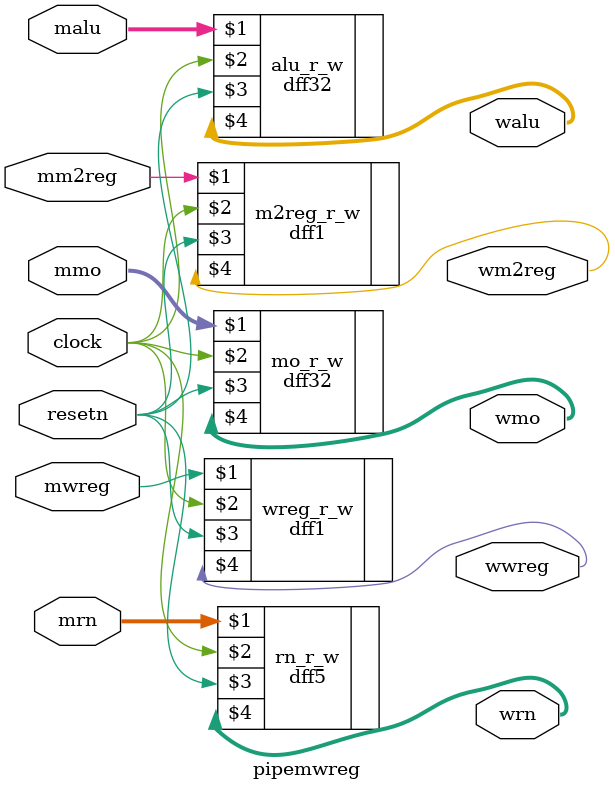
<source format=v>
module pipemwreg(mwreg, mm2reg, mmo, malu, mrn, clock, resetn, wwreg, wm2reg, wmo, walu, wrn);
input         mwreg, mm2reg, clock, resetn;
input  [4:0]  mrn;
input  [31:0] mmo, malu;
output        wwreg, wm2reg;
output [4:0]  wrn;
output [31:0] wmo, walu;

dff1 wreg_r_w(mwreg, clock, resetn, wwreg);
dff1 m2reg_r_w(mm2reg, clock, resetn, wm2reg);
dff5 rn_r_w(mrn, clock, resetn, wrn);
dff32 mo_r_w(mmo, clock, resetn, wmo);
dff32 alu_r_w(malu, clock, resetn, walu);
endmodule

</source>
